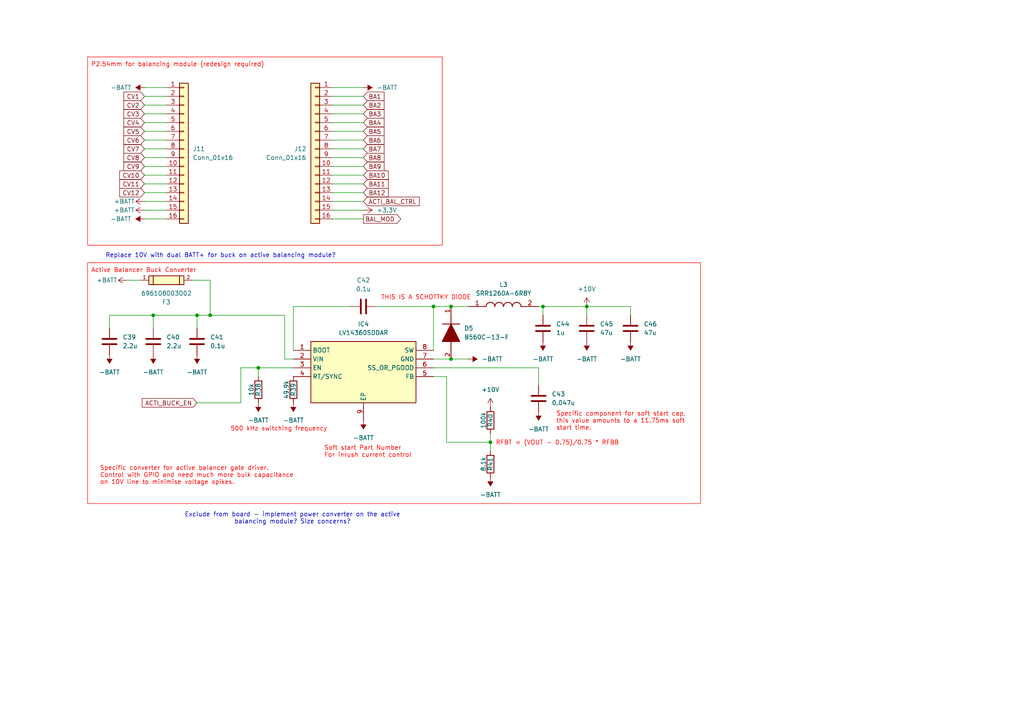
<source format=kicad_sch>
(kicad_sch (version 20250114) (generator "eeschema") (generator_version "9.0")
  (paper "A4")
  (title_block (title "IEM - Battery Management System") (date "2024-12-21") (rev "Rev 1.2") (company "Imperial Eco Marathon") (comment 1 "Designed by Anthony Ng") (comment 2 "Reviewed by "))
  (lib_symbols
    (symbol "696108003002:696108003002" (pin_names (offset 1.016))
      (property "Reference" "J" (at 0 2.54 0))
      (symbol "696108003002_0_0"
        (rectangle (start -5.08 -1.27) (end 5.08 1.27) (stroke (width 0.254)) (fill (type background)))
        (polyline (pts (xy -3.81 1.27) (xy -3.81 -1.27)) (stroke (width 0.254)))
        (polyline (pts (xy 3.81 1.27) (xy 3.81 -1.27)) (stroke (width 0.254)))
        (pin passive line (at -7.62 0 0) (length 2.54) (name "~") (number "1"))
        (pin passive line (at 7.62 0 180) (length 2.54) (name "~") (number "2"))
      )
    )
    (symbol "B560C-13-F:B560C-13-F" (pin_names (hide yes))
      (property "Reference" "D" (at 11.43 5.08 0))
      (property "Value" "B560C-13-F" (at 11.43 2.54 0))
      (symbol "B560C-13-F_1_1"
        (polyline (pts (xy 2.54 0) (xy 5.08 0)) (stroke (width 0.254)))
        (polyline (pts (xy 5.08 2.54) (xy 5.08 -2.54)) (stroke (width 0.254)))
        (polyline (pts (xy 5.08 0) (xy 10.16 2.54) (xy 10.16 -2.54) (xy 5.08 0)) (stroke (width 0.254)) (fill (type outline)))
        (polyline (pts (xy 10.16 0) (xy 12.7 0)) (stroke (width 0.254)))
        (pin passive line (at 0 0 0) (length 2.54) (name "K") (number "1"))
        (pin passive line (at 15.24 0 180) (length 2.54) (name "A") (number "2"))
      )
    )
    (symbol "Connector_Generic:Conn_01x16" (pin_names (offset 1.016) (hide yes))
      (property "Reference" "J" (at 0 20.32 0))
      (property "Value" "Conn_01x16" (at 0 -22.86 0))
      (symbol "Conn_01x16_1_1"
        (rectangle (start -1.27 19.05) (end 1.27 -21.59) (stroke (width 0.254)) (fill (type background)))
        (rectangle (start -1.27 17.907) (end 0 17.653) (stroke (width 0.1524)))
        (rectangle (start -1.27 15.367) (end 0 15.113) (stroke (width 0.1524)))
        (rectangle (start -1.27 12.827) (end 0 12.573) (stroke (width 0.1524)))
        (rectangle (start -1.27 10.287) (end 0 10.033) (stroke (width 0.1524)))
        (rectangle (start -1.27 7.747) (end 0 7.493) (stroke (width 0.1524)))
        (rectangle (start -1.27 5.207) (end 0 4.953) (stroke (width 0.1524)))
        (rectangle (start -1.27 2.667) (end 0 2.413) (stroke (width 0.1524)))
        (rectangle (start -1.27 0.127) (end 0 -0.127) (stroke (width 0.1524)))
        (rectangle (start -1.27 -2.413) (end 0 -2.667) (stroke (width 0.1524)))
        (rectangle (start -1.27 -4.953) (end 0 -5.207) (stroke (width 0.1524)))
        (rectangle (start -1.27 -7.493) (end 0 -7.747) (stroke (width 0.1524)))
        (rectangle (start -1.27 -10.033) (end 0 -10.287) (stroke (width 0.1524)))
        (rectangle (start -1.27 -12.573) (end 0 -12.827) (stroke (width 0.1524)))
        (rectangle (start -1.27 -15.113) (end 0 -15.367) (stroke (width 0.1524)))
        (rectangle (start -1.27 -17.653) (end 0 -17.907) (stroke (width 0.1524)))
        (rectangle (start -1.27 -20.193) (end 0 -20.447) (stroke (width 0.1524)))
        (pin passive line (at -5.08 17.78 0) (length 3.81) (name "Pin_1") (number "1"))
        (pin passive line (at -5.08 15.24 0) (length 3.81) (name "Pin_2") (number "2"))
        (pin passive line (at -5.08 12.7 0) (length 3.81) (name "Pin_3") (number "3"))
        (pin passive line (at -5.08 10.16 0) (length 3.81) (name "Pin_4") (number "4"))
        (pin passive line (at -5.08 7.62 0) (length 3.81) (name "Pin_5") (number "5"))
        (pin passive line (at -5.08 5.08 0) (length 3.81) (name "Pin_6") (number "6"))
        (pin passive line (at -5.08 2.54 0) (length 3.81) (name "Pin_7") (number "7"))
        (pin passive line (at -5.08 0 0) (length 3.81) (name "Pin_8") (number "8"))
        (pin passive line (at -5.08 -2.54 0) (length 3.81) (name "Pin_9") (number "9"))
        (pin passive line (at -5.08 -5.08 0) (length 3.81) (name "Pin_10") (number "10"))
        (pin passive line (at -5.08 -7.62 0) (length 3.81) (name "Pin_11") (number "11"))
        (pin passive line (at -5.08 -10.16 0) (length 3.81) (name "Pin_12") (number "12"))
        (pin passive line (at -5.08 -12.7 0) (length 3.81) (name "Pin_13") (number "13"))
        (pin passive line (at -5.08 -15.24 0) (length 3.81) (name "Pin_14") (number "14"))
        (pin passive line (at -5.08 -17.78 0) (length 3.81) (name "Pin_15") (number "15"))
        (pin passive line (at -5.08 -20.32 0) (length 3.81) (name "Pin_16") (number "16"))
      )
    )
    (symbol "Device:C" (pin_numbers (hide yes)) (pin_names (offset 0.254))
      (property "Reference" "C" (at 0.635 2.54 0))
      (property "Value" "C" (at 0.635 -2.54 0))
      (symbol "C_0_1"
        (polyline (pts (xy -2.032 0.762) (xy 2.032 0.762)) (stroke (width 0.508)))
        (polyline (pts (xy -2.032 -0.762) (xy 2.032 -0.762)) (stroke (width 0.508)))
      )
      (symbol "C_1_1"
        (pin passive line (at 0 3.81 270) (length 2.794) (name "~") (number "1"))
        (pin passive line (at 0 -3.81 90) (length 2.794) (name "~") (number "2"))
      )
    )
    (symbol "Device:R" (pin_numbers (hide yes)) (pin_names (offset 0))
      (property "Reference" "R" (at 2.032 0 90))
      (property "Value" "R" (at 0 0 90))
      (symbol "R_0_1"
        (rectangle (start -1.016 -2.54) (end 1.016 2.54) (stroke (width 0.254)))
      )
      (symbol "R_1_1"
        (pin passive line (at 0 3.81 270) (length 1.27) (name "~") (number "1"))
        (pin passive line (at 0 -3.81 90) (length 1.27) (name "~") (number "2"))
      )
    )
    (symbol "LV14360PDDAR:LV14360PDDAR"
      (property "Reference" "IC" (at 36.83 7.62 0))
      (property "Value" "LV14360PDDAR" (at 36.83 5.08 0))
      (symbol "LV14360PDDAR_1_1"
        (rectangle (start 5.08 2.54) (end 35.56 -15.24) (stroke (width 0.254)) (fill (type background)))
        (pin passive line (at 0 0 0) (length 5.08) (name "BOOT") (number "1"))
        (pin passive line (at 0 -2.54 0) (length 5.08) (name "VIN") (number "2"))
        (pin passive line (at 0 -5.08 0) (length 5.08) (name "EN") (number "3"))
        (pin passive line (at 0 -7.62 0) (length 5.08) (name "RT/SYNC") (number "4"))
        (pin passive line (at 20.32 -20.32 90) (length 5.08) (name "EP") (number "9"))
        (pin passive line (at 40.64 0 180) (length 5.08) (name "SW") (number "8"))
        (pin passive line (at 40.64 -2.54 180) (length 5.08) (name "GND") (number "7"))
        (pin passive line (at 40.64 -5.08 180) (length 5.08) (name "SS_OR_PGOOD") (number "6"))
        (pin passive line (at 40.64 -7.62 180) (length 5.08) (name "FB") (number "5"))
      )
    )
    (symbol "SRR1260A-6R8Y:SRR1260A-6R8Y" (pin_names (hide yes))
      (property "Reference" "L" (at 16.51 6.35 0))
      (property "Value" "SRR1260A-6R8Y" (at 16.51 3.81 0))
      (symbol "SRR1260A-6R8Y_1_1"
        (arc (start 5.08 0) (mid 6.35 1.219) (end 7.62 0) (stroke (width 0.254)))
        (arc (start 7.62 0) (mid 8.89 1.219) (end 10.16 0) (stroke (width 0.254)))
        (arc (start 10.16 0) (mid 11.43 1.219) (end 12.7 0) (stroke (width 0.254)))
        (arc (start 12.7 0) (mid 13.97 1.219) (end 15.24 0) (stroke (width 0.254)))
        (pin passive line (at 0 0 0) (length 5.08) (name "1") (number "1"))
        (pin passive line (at 20.32 0 180) (length 5.08) (name "2") (number "2"))
      )
    )
    (symbol "power:+10V" (power) (pin_numbers (hide yes)) (pin_names (offset 0) (hide yes))
      (property "Value" "+10V" (at 0 3.556 0))
      (symbol "+10V_0_1"
        (polyline (pts (xy -0.762 1.27) (xy 0 2.54)))
        (polyline (pts (xy 0 2.54) (xy 0.762 1.27)))
        (polyline (pts (xy 0 0) (xy 0 2.54)))
      )
      (symbol "+10V_1_1"
        (pin power_in line (at 0 0 90) (length 0) (name "~") (number "1"))
      )
    )
    (symbol "power:+3.3V" (power) (pin_numbers (hide yes)) (pin_names (offset 0) (hide yes))
      (property "Value" "+3.3V" (at 0 3.556 0))
      (symbol "+3.3V_0_1"
        (polyline (pts (xy -0.762 1.27) (xy 0 2.54)))
        (polyline (pts (xy 0 2.54) (xy 0.762 1.27)))
        (polyline (pts (xy 0 0) (xy 0 2.54)))
      )
      (symbol "+3.3V_1_1"
        (pin power_in line (at 0 0 90) (length 0) (name "~") (number "1"))
      )
    )
    (symbol "power:+BATT" (power) (pin_numbers (hide yes)) (pin_names (offset 0) (hide yes))
      (property "Value" "+BATT" (at 0 3.556 0))
      (symbol "+BATT_0_1"
        (polyline (pts (xy -0.762 1.27) (xy 0 2.54)))
        (polyline (pts (xy 0 2.54) (xy 0.762 1.27)))
        (polyline (pts (xy 0 0) (xy 0 2.54)))
      )
      (symbol "+BATT_1_1"
        (pin power_in line (at 0 0 90) (length 0) (name "~") (number "1"))
      )
    )
    (symbol "power:-BATT" (power) (pin_numbers (hide yes)) (pin_names (offset 0) (hide yes))
      (property "Value" "-BATT" (at 0 3.556 0))
      (symbol "-BATT_0_1"
        (polyline (pts (xy 0 0) (xy 0 2.54)))
        (polyline (pts (xy 0.762 1.27) (xy -0.762 1.27) (xy 0 2.54) (xy 0.762 1.27)) (fill (type outline)))
      )
      (symbol "-BATT_1_1"
        (pin power_in line (at 0 0 90) (length 0) (name "~") (number "1"))
      )
    )
    (symbol "power:PWR_FLAG" (power) (pin_numbers (hide yes)) (pin_names (offset 0) (hide yes))
      (property "Value" "PWR_FLAG" (at 0 3.81 0))
      (symbol "PWR_FLAG_0_0"
        (pin power_out line (at 0 0 90) (length 0) (name "~") (number "1"))
      )
      (symbol "PWR_FLAG_0_1"
        (polyline (pts (xy 0 0) (xy 0 1.27) (xy -1.016 1.905) (xy 0 2.54) (xy 1.016 1.905) (xy 0 1.27)))
      )
    )
  )
  (rectangle (start 25.4 76.2) (end 203.2 146.05) (stroke (width 0) (color 255 0 0 1)))
  (rectangle (start 25.4 16.51) (end 128.27 71.12) (stroke (width 0) (color 255 0 0 1)))
  (text "500 kHz switching frequency" (at 66.802 124.46 0) (effects (font (size 1.27 1.27)) (justify left)))
  (text "Specific converter for active balancer gate driver. \nControl with GPIO and need much more bulk capacitance \non 10V line to minimise voltage spikes. " (at 28.956 137.922 0) (effects (font (size 1.27 1.27)) (justify left)))
  (text "P2.54mm for balancing module (redesign required)" (at 26.416 18.796 0) (effects (font (size 1.27 1.27)) (justify left)))
  (text "Exclude from board - implement power converter on the active\nbalancing module? Size concerns?" (at 84.836 150.368 0) (effects (font (size 1.27 1.27))))
  (text "RFBT = (VOUT - 0.75)/0.75 * RFBB" (at 143.764 128.524 0) (effects (font (size 1.27 1.27)) (justify left)))
  (text "Replace 10V with dual BATT+ for buck on active balancing module?" (at 64.008 74.168 0) (effects (font (size 1.27 1.27))))
  (text "Specific component for soft start cap,\nthis value amounts to a 11.75ms soft\nstart time." (at 161.29 122.174 0) (effects (font (size 1.27 1.27)) (justify left)))
  (text "Active Balancer Buck Converter" (at 26.416 78.486 0) (effects (font (size 1.27 1.27)) (justify left)))
  (text "THIS IS A SCHOTTKY DIODE" (at 110.49 86.36 0) (effects (font (size 1.27 1.27)) (justify left)))
  (text "Soft start Part Number\nFor inrush current control" (at 93.98 131.064 0) (effects (font (size 1.27 1.27)) (justify left)))
  (junction (at 142.24 128.27))
  (junction (at 157.48 88.9))
  (junction (at 170.18 88.9))
  (junction (at 130.81 88.9))
  (junction (at 44.45 91.44))
  (junction (at 74.93 106.68))
  (junction (at 125.73 88.9))
  (junction (at 130.81 104.14))
  (junction (at 57.15 91.44))
  (junction (at 60.96 91.44))
  (wire (pts (xy 31.75 95.25) (xy 31.75 91.44)))
  (wire (pts (xy 57.15 91.44) (xy 60.96 91.44)))
  (wire (pts (xy 44.45 91.44) (xy 44.45 95.25)))
  (wire (pts (xy 182.88 88.9) (xy 170.18 88.9)))
  (wire (pts (xy 41.91 45.72) (xy 48.26 45.72)))
  (wire (pts (xy 157.48 88.9) (xy 156.21 88.9)))
  (wire (pts (xy 41.91 50.8) (xy 48.26 50.8)))
  (wire (pts (xy 129.54 109.22) (xy 129.54 128.27)))
  (wire (pts (xy 85.09 88.9) (xy 85.09 101.6)))
  (wire (pts (xy 129.54 128.27) (xy 142.24 128.27)))
  (wire (pts (xy 96.52 50.8) (xy 105.41 50.8)))
  (wire (pts (xy 96.52 35.56) (xy 105.41 35.56)))
  (wire (pts (xy 96.52 60.96) (xy 105.41 60.96)))
  (wire (pts (xy 41.91 33.02) (xy 48.26 33.02)))
  (wire (pts (xy 125.73 88.9) (xy 125.73 101.6)))
  (wire (pts (xy 96.52 58.42) (xy 105.41 58.42)))
  (wire (pts (xy 41.91 60.96) (xy 48.26 60.96)))
  (wire (pts (xy 57.15 116.84) (xy 69.85 116.84)))
  (wire (pts (xy 96.52 63.5) (xy 105.41 63.5)))
  (wire (pts (xy 182.88 91.44) (xy 182.88 88.9)))
  (wire (pts (xy 96.52 25.4) (xy 105.41 25.4)))
  (wire (pts (xy 96.52 40.64) (xy 105.41 40.64)))
  (wire (pts (xy 41.91 30.48) (xy 48.26 30.48)))
  (wire (pts (xy 96.52 43.18) (xy 105.41 43.18)))
  (wire (pts (xy 125.73 109.22) (xy 129.54 109.22)))
  (wire (pts (xy 36.83 81.28) (xy 40.64 81.28)))
  (wire (pts (xy 31.75 91.44) (xy 44.45 91.44)))
  (wire (pts (xy 41.91 25.4) (xy 48.26 25.4)))
  (wire (pts (xy 41.91 55.88) (xy 48.26 55.88)))
  (wire (pts (xy 170.18 91.44) (xy 170.18 88.9)))
  (wire (pts (xy 130.81 104.14) (xy 135.89 104.14)))
  (wire (pts (xy 41.91 48.26) (xy 48.26 48.26)))
  (wire (pts (xy 125.73 106.68) (xy 156.21 106.68)))
  (wire (pts (xy 170.18 88.9) (xy 157.48 88.9)))
  (wire (pts (xy 69.85 116.84) (xy 69.85 106.68)))
  (wire (pts (xy 82.55 104.14) (xy 85.09 104.14)))
  (wire (pts (xy 96.52 55.88) (xy 105.41 55.88)))
  (wire (pts (xy 130.81 88.9) (xy 125.73 88.9)))
  (wire (pts (xy 96.52 30.48) (xy 105.41 30.48)))
  (wire (pts (xy 109.22 88.9) (xy 125.73 88.9)))
  (wire (pts (xy 60.96 91.44) (xy 82.55 91.44)))
  (wire (pts (xy 157.48 91.44) (xy 157.48 88.9)))
  (wire (pts (xy 41.91 63.5) (xy 48.26 63.5)))
  (wire (pts (xy 96.52 33.02) (xy 105.41 33.02)))
  (wire (pts (xy 96.52 27.94) (xy 105.41 27.94)))
  (wire (pts (xy 55.88 81.28) (xy 60.96 81.28)))
  (wire (pts (xy 96.52 48.26) (xy 105.41 48.26)))
  (wire (pts (xy 85.09 106.68) (xy 74.93 106.68)))
  (wire (pts (xy 96.52 45.72) (xy 105.41 45.72)))
  (wire (pts (xy 135.89 88.9) (xy 130.81 88.9)))
  (wire (pts (xy 142.24 128.27) (xy 142.24 130.81)))
  (wire (pts (xy 130.81 104.14) (xy 125.73 104.14)))
  (wire (pts (xy 142.24 125.73) (xy 142.24 128.27)))
  (wire (pts (xy 74.93 106.68) (xy 74.93 109.22)))
  (wire (pts (xy 156.21 106.68) (xy 156.21 111.76)))
  (wire (pts (xy 41.91 40.64) (xy 48.26 40.64)))
  (wire (pts (xy 41.91 27.94) (xy 48.26 27.94)))
  (wire (pts (xy 101.6 88.9) (xy 85.09 88.9)))
  (wire (pts (xy 44.45 91.44) (xy 57.15 91.44)))
  (wire (pts (xy 41.91 38.1) (xy 48.26 38.1)))
  (wire (pts (xy 41.91 43.18) (xy 48.26 43.18)))
  (wire (pts (xy 57.15 91.44) (xy 57.15 95.25)))
  (wire (pts (xy 41.91 53.34) (xy 48.26 53.34)))
  (wire (pts (xy 82.55 91.44) (xy 82.55 104.14)))
  (wire (pts (xy 69.85 106.68) (xy 74.93 106.68)))
  (wire (pts (xy 41.91 58.42) (xy 48.26 58.42)))
  (wire (pts (xy 96.52 38.1) (xy 105.41 38.1)))
  (wire (pts (xy 41.91 35.56) (xy 48.26 35.56)))
  (wire (pts (xy 60.96 81.28) (xy 60.96 91.44)))
  (wire (pts (xy 96.52 53.34) (xy 105.41 53.34)))
  (global_label "CV4" (shape input) (at 41.91 35.56 180) (property "Intersheetrefs" "${INTERSHEET_REFS}" (effects (hide yes))))
  (global_label "ACTI_BUCK_EN" (shape input) (at 57.15 116.84 180) (property "Intersheetrefs" "${INTERSHEET_REFS}" (effects (hide yes))))
  (global_label "CV2" (shape input) (at 41.91 30.48 180) (property "Intersheetrefs" "${INTERSHEET_REFS}" (effects (hide yes))))
  (global_label "BA3" (shape input) (at 105.41 33.02 0) (property "Intersheetrefs" "${INTERSHEET_REFS}" (effects (hide yes))))
  (global_label "CV11" (shape input) (at 41.91 53.34 180) (property "Intersheetrefs" "${INTERSHEET_REFS}" (effects (hide yes))))
  (global_label "BA5" (shape input) (at 105.41 38.1 0) (property "Intersheetrefs" "${INTERSHEET_REFS}" (effects (hide yes))))
  (global_label "BA11" (shape input) (at 105.41 53.34 0) (property "Intersheetrefs" "${INTERSHEET_REFS}" (effects (hide yes))))
  (global_label "BA6" (shape input) (at 105.41 40.64 0) (property "Intersheetrefs" "${INTERSHEET_REFS}" (effects (hide yes))))
  (global_label "BA2" (shape input) (at 105.41 30.48 0) (property "Intersheetrefs" "${INTERSHEET_REFS}" (effects (hide yes))))
  (global_label "CV10" (shape input) (at 41.91 50.8 180) (property "Intersheetrefs" "${INTERSHEET_REFS}" (effects (hide yes))))
  (global_label "CV5" (shape input) (at 41.91 38.1 180) (property "Intersheetrefs" "${INTERSHEET_REFS}" (effects (hide yes))))
  (global_label "BA7" (shape input) (at 105.41 43.18 0) (property "Intersheetrefs" "${INTERSHEET_REFS}" (effects (hide yes))))
  (global_label "BA4" (shape input) (at 105.41 35.56 0) (property "Intersheetrefs" "${INTERSHEET_REFS}" (effects (hide yes))))
  (global_label "CV3" (shape input) (at 41.91 33.02 180) (property "Intersheetrefs" "${INTERSHEET_REFS}" (effects (hide yes))))
  (global_label "CV1" (shape input) (at 41.91 27.94 180) (property "Intersheetrefs" "${INTERSHEET_REFS}" (effects (hide yes))))
  (global_label "BAL_MOD" (shape output) (at 105.41 63.5 0) (property "Intersheetrefs" "${INTERSHEET_REFS}" (effects (hide yes))))
  (global_label "CV8" (shape input) (at 41.91 45.72 180) (property "Intersheetrefs" "${INTERSHEET_REFS}" (effects (hide yes))))
  (global_label "BA12" (shape input) (at 105.41 55.88 0) (property "Intersheetrefs" "${INTERSHEET_REFS}" (effects (hide yes))))
  (global_label "BA1" (shape input) (at 105.41 27.94 0) (property "Intersheetrefs" "${INTERSHEET_REFS}" (effects (hide yes))))
  (global_label "CV6" (shape input) (at 41.91 40.64 180) (property "Intersheetrefs" "${INTERSHEET_REFS}" (effects (hide yes))))
  (global_label "CV9" (shape input) (at 41.91 48.26 180) (property "Intersheetrefs" "${INTERSHEET_REFS}" (effects (hide yes))))
  (global_label "CV12" (shape input) (at 41.91 55.88 180) (property "Intersheetrefs" "${INTERSHEET_REFS}" (effects (hide yes))))
  (global_label "BA10" (shape input) (at 105.41 50.8 0) (property "Intersheetrefs" "${INTERSHEET_REFS}" (effects (hide yes))))
  (global_label "BA8" (shape input) (at 105.41 45.72 0) (property "Intersheetrefs" "${INTERSHEET_REFS}" (effects (hide yes))))
  (global_label "ACTI_BAL_CTRL" (shape input) (at 105.41 58.42 0) (property "Intersheetrefs" "${INTERSHEET_REFS}" (effects (hide yes))))
  (global_label "BA9" (shape input) (at 105.41 48.26 0) (property "Intersheetrefs" "${INTERSHEET_REFS}" (effects (hide yes))))
  (global_label "CV7" (shape input) (at 41.91 43.18 180) (property "Intersheetrefs" "${INTERSHEET_REFS}" (effects (hide yes))))
  (symbol (lib_id "power:+10V") (at 170.18 88.9 0) (unit 1) (in_bom no) (on_board no)
    (property "Reference" "#PWR0101" (effects (hide yes)))
    (property "Value" "+10V" (at 170.18 83.82 0))
    (property "Description" "Power symbol creates a global label with name \"+10V\"" (effects (hide yes)))
  )
  (symbol (lib_id "power:+3.3V") (at 105.41 60.96 270) (unit 1)
    (property "Reference" "#PWR094" (effects (hide yes)))
    (property "Value" "+3.3V" (at 109.22 60.9599 90) (effects (justify left)))
    (property "Description" "Power symbol creates a global label with name \"+3.3V\"" (effects (hide yes)))
  )
  (symbol (lib_id "Device:R") (at 142.24 121.92 180) (unit 1) (in_bom no) (on_board no)
    (property "Reference" "R40" (at 142.24 121.92 90))
    (property "Value" "100k" (at 140.208 121.92 90))
    (property "Footprint" "Resistor_SMD:R_0805_2012Metric_Pad1.20x1.40mm_HandSolder" (effects (hide yes)))
    (property "Description" "Resistor" (effects (hide yes)))
  )
  (symbol (lib_id "power:+BATT") (at 41.91 58.42 90) (unit 1)
    (property "Reference" "#PWR086" (effects (hide yes)))
    (property "Value" "+BATT" (at 36.068 58.42 90))
    (property "Description" "Power symbol creates a global label with name \"+BATT\"" (effects (hide yes)))
  )
  (symbol (lib_id "B560C-13-F:B560C-13-F") (at 130.81 88.9 270) (unit 1) (in_bom no) (on_board no)
    (property "Reference" "D5" (at 134.62 95.2499 90) (effects (justify left)))
    (property "Value" "B560C-13-F" (at 134.62 97.7899 90) (effects (justify left)))
    (property "Footprint" "DIOM7959X250N" (effects (hide yes)))
    (property "Datasheet" "https://datasheet.lcsc.com/szlcsc/Diodes-Incorporated-B560C-13-F_C85100.pdf" (effects (hide yes)))
    (property "Description" "Schottky Diodes & Rectifiers 60V 5A" (effects (hide yes)))
    (property "Height" "2.5" (effects (hide yes)))
    (property "Manufacturer_Name" "Diodes Incorporated" (effects (hide yes)))
    (property "Manufacturer_Part_Number" "B560C-13-F" (effects (hide yes)))
    (property "Mouser Part Number" "621-B560C-F" (effects (hide yes)))
    (property "Mouser Price/Stock" "https://www.mouser.co.uk/ProductDetail/Diodes-Incorporated/B560C-13-F?qs=OC0R%252Bhozcm%252BAsjMXklZLIw%3D%3D" (effects (hide yes)))
    (property "Arrow Part Number" "B560C-13-F" (effects (hide yes)))
    (property "Arrow Price/Stock" "https://www.arrow.com/en/products/b560c-13-f/diodes-incorporated?region=nac" (effects (hide yes)))
  )
  (symbol (lib_id "Device:C") (at 44.45 99.06 180) (unit 1) (in_bom no) (on_board no)
    (property "Reference" "C40" (at 48.26 97.7899 0) (effects (justify right)))
    (property "Value" "2.2u" (at 48.26 100.3299 0) (effects (justify right)))
    (property "Footprint" "Capacitor_SMD:C_0805_2012Metric_Pad1.18x1.45mm_HandSolder" (effects (hide yes)))
    (property "Description" "Unpolarized capacitor" (effects (hide yes)))
  )
  (symbol (lib_id "power:-BATT") (at 170.18 99.06 180) (unit 1) (in_bom no) (on_board no)
    (property "Reference" "#PWR0102" (effects (hide yes)))
    (property "Value" "-BATT" (at 170.18 104.14 0))
    (property "Description" "Power symbol creates a global label with name \"-BATT\"" (effects (hide yes)))
  )
  (symbol (lib_id "Connector_Generic:Conn_01x16") (at 53.34 43.18 0) (unit 1)
    (property "Reference" "J11" (at 55.88 43.1799 0) (effects (justify left)))
    (property "Value" "Conn_01x16" (at 55.88 45.7199 0) (effects (justify left)))
    (property "Footprint" "Connector_PinSocket_2.54mm:PinSocket_1x16_P2.54mm_Vertical" (effects (hide yes)))
    (property "Description" "Generic connector, single row, 01x16, script generated (kicad-library-utils/schlib/autogen/connector/)" (effects (hide yes)))
  )
  (symbol (lib_id "SRR1260A-6R8Y:SRR1260A-6R8Y") (at 135.89 88.9 0) (unit 1) (in_bom no) (on_board no)
    (property "Reference" "L3" (at 146.05 82.55 0))
    (property "Value" "SRR1260A-6R8Y" (at 146.05 85.09 0))
    (property "Footprint" "SRR1260A-6R8Y:SRR1260A6R8Y" (effects (hide yes)))
    (property "Datasheet" "https://componentsearchengine.com/Datasheets/2/SRR1260A-6R8Y.pdf" (effects (hide yes)))
    (property "Description" "Fixed Inductors 6.8uH 30% SMD 1260 AEC-Q200" (effects (hide yes)))
    (property "Height" "6.5" (effects (hide yes)))
    (property "Manufacturer_Name" "Bourns" (effects (hide yes)))
    (property "Manufacturer_Part_Number" "SRR1260A-6R8Y" (effects (hide yes)))
    (property "Mouser Part Number" "652-SRR1260A-6R8Y" (effects (hide yes)))
    (property "Mouser Price/Stock" "https://www.mouser.co.uk/ProductDetail/Bourns/SRR1260A-6R8Y?qs=jtImr9hqsuG%252BW14sYyYfXg%3D%3D" (effects (hide yes)))
    (property "Arrow Part Number" "SRR1260A-6R8Y" (effects (hide yes)))
    (property "Arrow Price/Stock" "https://www.arrow.com/en/products/srr1260a-6r8y/bourns?region=nac" (effects (hide yes)))
  )
  (symbol (lib_id "Device:C") (at 57.15 99.06 180) (unit 1) (in_bom no) (on_board no)
    (property "Reference" "C41" (at 60.96 97.7899 0) (effects (justify right)))
    (property "Value" "0.1u" (at 60.96 100.3299 0) (effects (justify right)))
    (property "Footprint" "Capacitor_SMD:C_0805_2012Metric_Pad1.18x1.45mm_HandSolder" (effects (hide yes)))
    (property "Description" "Unpolarized capacitor" (effects (hide yes)))
  )
  (symbol (lib_id "power:-BATT") (at 105.41 25.4 270) (unit 1)
    (property "Reference" "#PWR093" (effects (hide yes)))
    (property "Value" "-BATT" (at 109.22 25.3999 90) (effects (justify left)))
    (property "Description" "Power symbol creates a global label with name \"-BATT\"" (effects (hide yes)))
  )
  (symbol (lib_id "power:-BATT") (at 157.48 99.06 180) (unit 1) (in_bom no) (on_board no)
    (property "Reference" "#PWR0100" (effects (hide yes)))
    (property "Value" "-BATT" (at 157.48 104.14 0))
    (property "Description" "Power symbol creates a global label with name \"-BATT\"" (effects (hide yes)))
  )
  (symbol (lib_id "Device:C") (at 182.88 95.25 180) (unit 1) (in_bom no) (on_board no)
    (property "Reference" "C46" (at 186.69 93.9799 0) (effects (justify right)))
    (property "Value" "47u" (at 186.69 96.5199 0) (effects (justify right)))
    (property "Footprint" "Capacitor_SMD:C_0805_2012Metric_Pad1.18x1.45mm_HandSolder" (effects (hide yes)))
    (property "Description" "Unpolarized capacitor" (effects (hide yes)))
  )
  (symbol (lib_id "power:-BATT") (at 57.15 102.87 180) (unit 1) (in_bom no) (on_board no)
    (property "Reference" "#PWR090" (effects (hide yes)))
    (property "Value" "-BATT" (at 57.15 107.95 0))
    (property "Description" "Power symbol creates a global label with name \"-BATT\"" (effects (hide yes)))
  )
  (symbol (lib_id "Connector_Generic:Conn_01x16") (at 91.44 43.18 0) (mirror y) (unit 1)
    (property "Reference" "J12" (at 88.9 43.1799 0) (effects (justify left)))
    (property "Value" "Conn_01x16" (at 88.9 45.7199 0) (effects (justify left)))
    (property "Footprint" "Connector_PinSocket_2.54mm:PinSocket_1x16_P2.54mm_Vertical" (effects (hide yes)))
    (property "Description" "Generic connector, single row, 01x16, script generated (kicad-library-utils/schlib/autogen/connector/)" (effects (hide yes)))
  )
  (symbol (lib_id "power:-BATT") (at 85.09 116.84 180) (unit 1) (in_bom no) (on_board no)
    (property "Reference" "#PWR092" (effects (hide yes)))
    (property "Value" "-BATT" (at 85.09 121.92 0))
    (property "Description" "Power symbol creates a global label with name \"-BATT\"" (effects (hide yes)))
  )
  (symbol (lib_id "power:+10V") (at -25.4 101.6 0) (unit 1) (in_bom no) (on_board no)
    (property "Reference" "#PWR082" (effects (hide yes)))
    (property "Value" "+10V" (at -25.4 96.52 0))
    (property "Description" "Power symbol creates a global label with name \"+10V\"" (effects (hide yes)))
  )
  (symbol (lib_id "power:-BATT") (at 41.91 63.5 90) (unit 1)
    (property "Reference" "#PWR088" (effects (hide yes)))
    (property "Value" "-BATT" (at 38.1 63.4999 90) (effects (justify left)))
    (property "Description" "Power symbol creates a global label with name \"-BATT\"" (effects (hide yes)))
  )
  (symbol (lib_id "power:-BATT") (at 135.89 104.14 270) (unit 1) (in_bom no) (on_board no)
    (property "Reference" "#PWR096" (effects (hide yes)))
    (property "Value" "-BATT" (at 139.7 104.1399 90) (effects (justify left)))
    (property "Description" "Power symbol creates a global label with name \"-BATT\"" (effects (hide yes)))
  )
  (symbol (lib_id "Device:C") (at 31.75 99.06 180) (unit 1) (in_bom no) (on_board no)
    (property "Reference" "C39" (at 35.56 97.7899 0) (effects (justify right)))
    (property "Value" "2.2u" (at 35.56 100.3299 0) (effects (justify right)))
    (property "Footprint" "Capacitor_SMD:C_0805_2012Metric_Pad1.18x1.45mm_HandSolder" (effects (hide yes)))
    (property "Description" "Unpolarized capacitor" (effects (hide yes)))
  )
  (symbol (lib_id "power:-BATT") (at 41.91 25.4 90) (unit 1)
    (property "Reference" "#PWR085" (effects (hide yes)))
    (property "Value" "-BATT" (at 38.1 25.3999 90) (effects (justify left)))
    (property "Description" "Power symbol creates a global label with name \"-BATT\"" (effects (hide yes)))
  )
  (symbol (lib_id "LV14360PDDAR:LV14360PDDAR") (at 85.09 101.6 0) (unit 1) (in_bom no) (on_board no)
    (property "Reference" "IC4" (at 105.41 93.98 0))
    (property "Value" "LV14360SDDAR" (at 105.41 96.52 0))
    (property "Footprint" "LV14360PDDAR:SOIC127P600X170-9N" (effects (hide yes)))
    (property "Datasheet" "https://www.ti.com/lit/gpn/lv14360" (effects (hide yes)))
    (property "Description" "Switching Voltage Regulators 4.3-V to 60-V, 3-A, step down converter with 40- uA standby IQ and +/-0.53% Vref accuracy 8-SO PowerPAD -40 to 150" (effects (hide yes)))
    (property "Height" "1.7" (effects (hide yes)))
    (property "Manufacturer_Name" "Texas Instruments" (effects (hide yes)))
    (property "Manufacturer_Part_Number" "LV14360PDDAR" (effects (hide yes)))
    (property "Mouser Part Number" "595-LV14360PDDAR" (effects (hide yes)))
    (property "Mouser Price/Stock" "https://www.mouser.co.uk/ProductDetail/Texas-Instruments/LV14360PDDAR?qs=l4Gc20tDgJK26f7kBSXgIg%3D%3D" (effects (hide yes)))
    (property "Arrow Part Number" "LV14360PDDAR" (effects (hide yes)))
    (property "Arrow Price/Stock" "null?region=nac" (effects (hide yes)))
  )
  (symbol (lib_id "power:-BATT") (at 31.75 102.87 180) (unit 1) (in_bom no) (on_board no)
    (property "Reference" "#PWR083" (effects (hide yes)))
    (property "Value" "-BATT" (at 31.75 107.95 0))
    (property "Description" "Power symbol creates a global label with name \"-BATT\"" (effects (hide yes)))
  )
  (symbol (lib_id "power:-BATT") (at 105.41 121.92 180) (unit 1) (in_bom no) (on_board no)
    (property "Reference" "#PWR095" (effects (hide yes)))
    (property "Value" "-BATT" (at 105.41 127 0))
    (property "Description" "Power symbol creates a global label with name \"-BATT\"" (effects (hide yes)))
  )
  (symbol (lib_id "power:PWR_FLAG") (at -25.4 101.6 180) (unit 1)
    (property "Reference" "#FLG06" (effects (hide yes)))
    (property "Value" "PWR_FLAG" (at -25.4 106.68 0))
    (property "Description" "Special symbol for telling ERC where power comes from" (effects (hide yes)))
  )
  (symbol (lib_id "power:-BATT") (at 156.21 119.38 180) (unit 1) (in_bom no) (on_board no)
    (property "Reference" "#PWR099" (effects (hide yes)))
    (property "Value" "-BATT" (at 156.21 124.46 0))
    (property "Description" "Power symbol creates a global label with name \"-BATT\"" (effects (hide yes)))
  )
  (symbol (lib_id "power:+BATT") (at 41.91 60.96 90) (unit 1)
    (property "Reference" "#PWR087" (effects (hide yes)))
    (property "Value" "+BATT" (at 36.068 60.96 90))
    (property "Description" "Power symbol creates a global label with name \"+BATT\"" (effects (hide yes)))
  )
  (symbol (lib_id "696108003002:696108003002") (at 48.26 81.28 0) (mirror x) (unit 1) (in_bom no) (on_board no)
    (property "Reference" "F3" (at 48.26 87.63 0))
    (property "Value" "696108003002" (at 48.26 85.09 0))
    (property "Footprint" "696108003002:696108003002" (effects (hide yes)))
    (property "Check_prices" "https://www.snapeda.com/parts/696108003002/W%25C3%25BCrth+Elektronik+Midcom/view-part/?ref=eda" (effects (hide yes)))
    (property "MF" "Würth Elektronik" (effects (hide yes)))
    (property "Description_1" "\n                        \n                            Fuse Block 20 A 250V 1 Circuit Cartridge Through Hole\n                        \n" (effects (hide yes)))
    (property "Package" "None" (effects (hide yes)))
    (property "Price" "None" (effects (hide yes)))
    (property "IR-VDE" "6.3A" (effects (hide yes)))
    (property "IR-UL" "20A" (effects (hide yes)))
    (property "VALUE" "696108003002" (effects (hide yes)))
    (property "MATES" "696122003001" (effects (hide yes)))
    (property "DATASHEET-URL" "https://www.we-online.com/catalog/datasheet/696108003002.pdf" (effects (hide yes)))
    (property "MP" "696108003002" (effects (hide yes)))
    (property "PART-NUMBER" "696108003002" (effects (hide yes)))
    (property "Availability" "In Stock" (effects (hide yes)))
    (property "SnapEDA_Link" "https://www.snapeda.com/parts/696108003002/W%25C3%25BCrth+Elektronik+Midcom/view-part/?ref=snap" (effects (hide yes)))
  )
  (symbol (lib_id "power:-BATT") (at 142.24 138.43 180) (unit 1) (in_bom no) (on_board no)
    (property "Reference" "#PWR098" (effects (hide yes)))
    (property "Value" "-BATT" (at 142.24 143.51 0))
    (property "Description" "Power symbol creates a global label with name \"-BATT\"" (effects (hide yes)))
  )
  (symbol (lib_id "power:-BATT") (at 44.45 102.87 180) (unit 1) (in_bom no) (on_board no)
    (property "Reference" "#PWR089" (effects (hide yes)))
    (property "Value" "-BATT" (at 44.45 107.95 0))
    (property "Description" "Power symbol creates a global label with name \"-BATT\"" (effects (hide yes)))
  )
  (symbol (lib_id "Device:C") (at 170.18 95.25 180) (unit 1) (in_bom no) (on_board no)
    (property "Reference" "C45" (at 173.99 93.9799 0) (effects (justify right)))
    (property "Value" "47u" (at 173.99 96.5199 0) (effects (justify right)))
    (property "Footprint" "Capacitor_SMD:C_0805_2012Metric_Pad1.18x1.45mm_HandSolder" (effects (hide yes)))
    (property "Description" "Unpolarized capacitor" (effects (hide yes)))
  )
  (symbol (lib_id "power:+10V") (at 142.24 118.11 0) (unit 1) (in_bom no) (on_board no)
    (property "Reference" "#PWR097" (effects (hide yes)))
    (property "Value" "+10V" (at 142.24 113.03 0))
    (property "Description" "Power symbol creates a global label with name \"+10V\"" (effects (hide yes)))
  )
  (symbol (lib_id "Device:C") (at 105.41 88.9 90) (unit 1) (in_bom no) (on_board no)
    (property "Reference" "C42" (at 105.41 81.28 90))
    (property "Value" "0.1u" (at 105.41 83.82 90))
    (property "Footprint" "Capacitor_SMD:C_0805_2012Metric_Pad1.18x1.45mm_HandSolder" (effects (hide yes)))
    (property "Description" "Unpolarized capacitor" (effects (hide yes)))
  )
  (symbol (lib_id "Device:R") (at 85.09 113.03 180) (unit 1) (in_bom no) (on_board no)
    (property "Reference" "R39" (at 85.09 113.03 90))
    (property "Value" "49.9k" (at 83.058 113.03 90))
    (property "Footprint" "Resistor_SMD:R_0805_2012Metric_Pad1.20x1.40mm_HandSolder" (effects (hide yes)))
    (property "Description" "Resistor" (effects (hide yes)))
  )
  (symbol (lib_id "Device:C") (at 156.21 115.57 180) (unit 1) (in_bom no) (on_board no)
    (property "Reference" "C43" (at 160.02 114.2999 0) (effects (justify right)))
    (property "Value" "0.047u" (at 160.02 116.8399 0) (effects (justify right)))
    (property "Footprint" "Capacitor_SMD:C_0805_2012Metric_Pad1.18x1.45mm_HandSolder" (effects (hide yes)))
    (property "Description" "KAF21KR72A473KL" (effects (hide yes)))
  )
  (symbol (lib_id "Device:R") (at 142.24 134.62 180) (unit 1) (in_bom no) (on_board no)
    (property "Reference" "R41" (at 142.24 134.62 90))
    (property "Value" "8.1k" (at 140.208 134.62 90))
    (property "Footprint" "Resistor_SMD:R_0805_2012Metric_Pad1.20x1.40mm_HandSolder" (effects (hide yes)))
    (property "Description" "Resistor" (effects (hide yes)))
  )
  (symbol (lib_id "Device:C") (at 157.48 95.25 180) (unit 1) (in_bom no) (on_board no)
    (property "Reference" "C44" (at 161.29 93.9799 0) (effects (justify right)))
    (property "Value" "1u" (at 161.29 96.5199 0) (effects (justify right)))
    (property "Footprint" "Capacitor_SMD:C_0805_2012Metric_Pad1.18x1.45mm_HandSolder" (effects (hide yes)))
    (property "Description" "Unpolarized capacitor" (effects (hide yes)))
  )
  (symbol (lib_id "power:-BATT") (at 182.88 99.06 180) (unit 1) (in_bom no) (on_board no)
    (property "Reference" "#PWR0103" (effects (hide yes)))
    (property "Value" "-BATT" (at 182.88 104.14 0))
    (property "Description" "Power symbol creates a global label with name \"-BATT\"" (effects (hide yes)))
  )
  (symbol (lib_id "power:-BATT") (at 74.93 116.84 180) (unit 1) (in_bom no) (on_board no)
    (property "Reference" "#PWR091" (effects (hide yes)))
    (property "Value" "-BATT" (at 74.93 121.92 0))
    (property "Description" "Power symbol creates a global label with name \"-BATT\"" (effects (hide yes)))
  )
  (symbol (lib_id "Device:R") (at 74.93 113.03 180) (unit 1) (in_bom no) (on_board no)
    (property "Reference" "R38" (at 74.93 113.03 90))
    (property "Value" "10k" (at 72.898 113.03 90))
    (property "Footprint" "Resistor_SMD:R_0805_2012Metric_Pad1.20x1.40mm_HandSolder" (effects (hide yes)))
    (property "Description" "Resistor" (effects (hide yes)))
  )
  (symbol (lib_id "power:+BATT") (at 36.83 81.28 90) (unit 1) (in_bom no) (on_board no)
    (property "Reference" "#PWR084" (effects (hide yes)))
    (property "Value" "+BATT" (at 30.988 81.28 90))
    (property "Description" "Power symbol creates a global label with name \"+BATT\"" (effects (hide yes)))
  )
)
</source>
